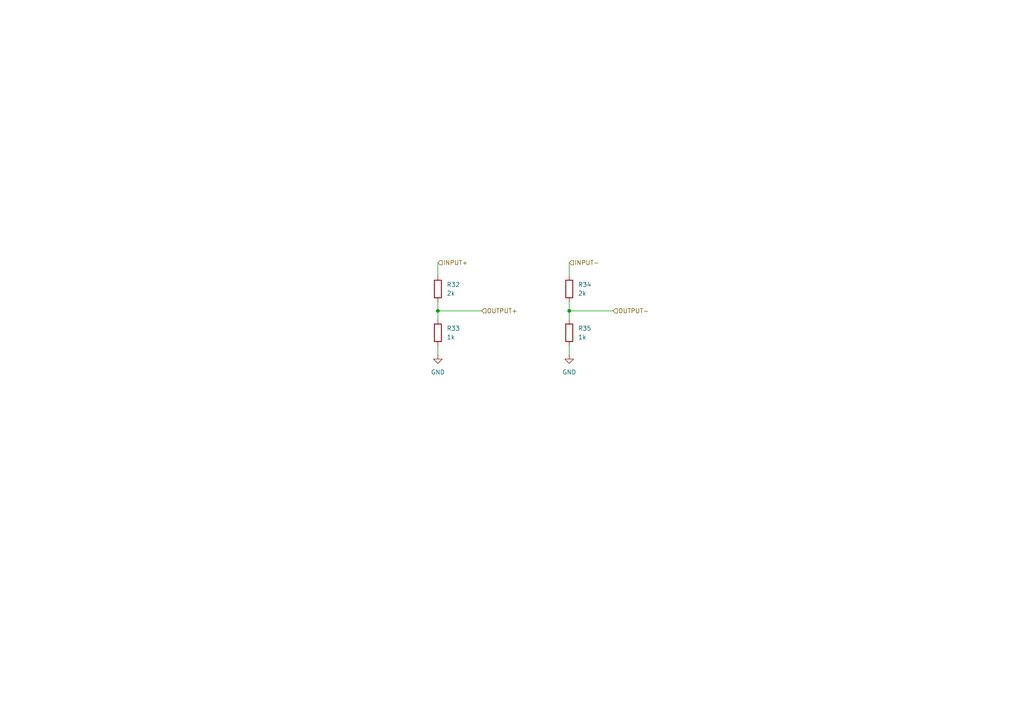
<source format=kicad_sch>
(kicad_sch (version 20250114) (generator "eeschema") (generator_version "9.0")
  (paper "A4")
  (lib_symbols
    (symbol "Device:R" (pin_numbers (hide yes)) (pin_names (offset 0))
      (property "Reference" "R" (at 2.032 0 90))
      (property "Value" "R" (at 0 0 90))
      (symbol "R_0_1"
        (rectangle (start -1.016 -2.54) (end 1.016 2.54) (stroke (width 0.254)))
      )
      (symbol "R_1_1"
        (pin passive line (at 0 3.81 270) (length 1.27) (name "~") (number "1"))
        (pin passive line (at 0 -3.81 90) (length 1.27) (name "~") (number "2"))
      )
    )
    (symbol "power:GND" (power) (pin_numbers (hide yes)) (pin_names (offset 0) (hide yes))
      (property "Value" "GND" (at 0 -3.81 0))
      (symbol "GND_0_1"
        (polyline (pts (xy 0 0) (xy 0 -1.27) (xy 1.27 -1.27) (xy 0 -2.54) (xy -1.27 -1.27) (xy 0 -1.27)))
      )
      (symbol "GND_1_1"
        (pin power_in line (at 0 0 270) (length 0) (name "~") (number "1"))
      )
    )
  )
  (junction (at 165.1 90.17))
  (junction (at 127 90.17))
  (wire (pts (xy 127 87.63) (xy 127 90.17)))
  (wire (pts (xy 127 76.2) (xy 127 80.01)))
  (wire (pts (xy 165.1 90.17) (xy 177.8 90.17)))
  (wire (pts (xy 165.1 90.17) (xy 165.1 92.71)))
  (wire (pts (xy 127 100.33) (xy 127 102.87)))
  (wire (pts (xy 165.1 87.63) (xy 165.1 90.17)))
  (wire (pts (xy 127 90.17) (xy 127 92.71)))
  (wire (pts (xy 165.1 76.2) (xy 165.1 80.01)))
  (wire (pts (xy 165.1 100.33) (xy 165.1 102.87)))
  (wire (pts (xy 127 90.17) (xy 139.7 90.17)))
  (hierarchical_label "INPUT+" (shape input) (at 127 76.2 0))
  (hierarchical_label "OUTPUT+" (shape input) (at 139.7 90.17 0))
  (hierarchical_label "INPUT-" (shape input) (at 165.1 76.2 0))
  (hierarchical_label "OUTPUT-" (shape input) (at 177.8 90.17 0))
  (symbol (lib_id "Device:R") (at 127 83.82 0) (unit 1)
    (property "Reference" "R12" (at 129.54 82.5499 0) (effects (justify left)))
    (property "Value" "2k" (at 129.54 85.0899 0) (effects (justify left)))
    (property "Footprint" "Resistor_SMD:R_0603_1608Metric" (effects (hide yes)))
    (property "Description" "Resistor" (effects (hide yes)))
    (instances (project "flight_computer" (path "" (reference "R32") (unit 1)) (path "" (reference "R20") (unit 1)) (path "" (reference "R28") (unit 1)) (path "" (reference "R12") (unit 1)) (path "" (reference "R16") (unit 1)) (path "" (reference "R36") (unit 1)) (path "" (reference "R24") (unit 1))))
  )
  (symbol (lib_id "Device:R") (at 165.1 83.82 0) (unit 1)
    (property "Reference" "R14" (at 167.64 82.5499 0) (effects (justify left)))
    (property "Value" "2k" (at 167.64 85.0899 0) (effects (justify left)))
    (property "Footprint" "Resistor_SMD:R_0603_1608Metric" (effects (hide yes)))
    (property "Description" "Resistor" (effects (hide yes)))
    (instances (project "flight_computer" (path "" (reference "R34") (unit 1)) (path "" (reference "R22") (unit 1)) (path "" (reference "R30") (unit 1)) (path "" (reference "R14") (unit 1)) (path "" (reference "R18") (unit 1)) (path "" (reference "R38") (unit 1)) (path "" (reference "R26") (unit 1))))
  )
  (symbol (lib_id "Device:R") (at 165.1 96.52 0) (unit 1)
    (property "Reference" "R15" (at 167.64 95.2499 0) (effects (justify left)))
    (property "Value" "1k" (at 167.64 97.7899 0) (effects (justify left)))
    (property "Footprint" "Resistor_SMD:R_0603_1608Metric" (effects (hide yes)))
    (property "Description" "Resistor" (effects (hide yes)))
    (instances (project "flight_computer" (path "" (reference "R35") (unit 1)) (path "" (reference "R23") (unit 1)) (path "" (reference "R31") (unit 1)) (path "" (reference "R15") (unit 1)) (path "" (reference "R19") (unit 1)) (path "" (reference "R39") (unit 1)) (path "" (reference "R27") (unit 1))))
  )
  (symbol (lib_id "power:GND") (at 165.1 102.87 0) (unit 1)
    (property "Reference" "#PWR032" (effects (hide yes)))
    (property "Value" "GND" (at 165.1 107.95 0))
    (property "Description" "Power symbol creates a global label with name \"GND\" , ground" (effects (hide yes)))
    (instances (project "flight_computer" (path "" (reference "#PWR042") (unit 1)) (path "" (reference "#PWR036") (unit 1)) (path "" (reference "#PWR040") (unit 1)) (path "" (reference "#PWR032") (unit 1)) (path "" (reference "#PWR034") (unit 1)) (path "" (reference "#PWR044") (unit 1)) (path "" (reference "#PWR038") (unit 1))))
  )
  (symbol (lib_id "Device:R") (at 127 96.52 0) (unit 1)
    (property "Reference" "R13" (at 129.54 95.2499 0) (effects (justify left)))
    (property "Value" "1k" (at 129.54 97.7899 0) (effects (justify left)))
    (property "Footprint" "Resistor_SMD:R_0603_1608Metric" (effects (hide yes)))
    (property "Description" "Resistor" (effects (hide yes)))
    (instances (project "flight_computer" (path "" (reference "R33") (unit 1)) (path "" (reference "R21") (unit 1)) (path "" (reference "R29") (unit 1)) (path "" (reference "R13") (unit 1)) (path "" (reference "R17") (unit 1)) (path "" (reference "R37") (unit 1)) (path "" (reference "R25") (unit 1))))
  )
  (symbol (lib_id "power:GND") (at 127 102.87 0) (unit 1)
    (property "Reference" "#PWR031" (effects (hide yes)))
    (property "Value" "GND" (at 127 107.95 0))
    (property "Description" "Power symbol creates a global label with name \"GND\" , ground" (effects (hide yes)))
    (instances (project "flight_computer" (path "" (reference "#PWR041") (unit 1)) (path "" (reference "#PWR035") (unit 1)) (path "" (reference "#PWR039") (unit 1)) (path "" (reference "#PWR031") (unit 1)) (path "" (reference "#PWR033") (unit 1)) (path "" (reference "#PWR043") (unit 1)) (path "" (reference "#PWR037") (unit 1))))
  )
)
</source>
